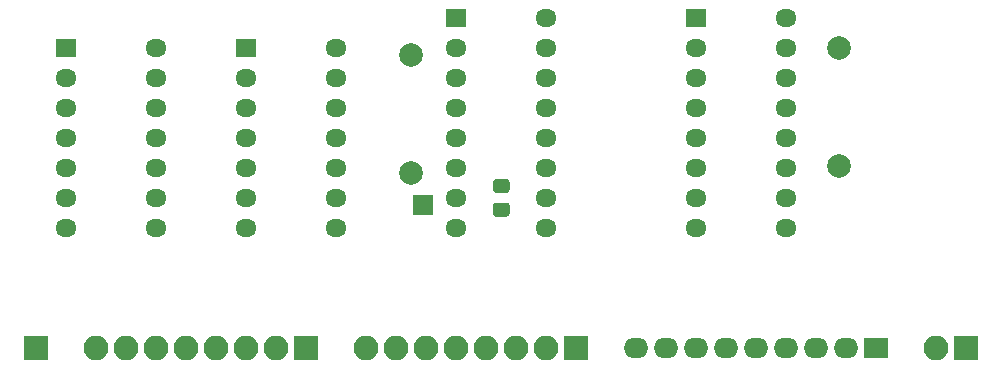
<source format=gbr>
%TF.GenerationSoftware,KiCad,Pcbnew,(5.1.8)-1*%
%TF.CreationDate,2023-05-20T11:55:10+03:00*%
%TF.ProjectId,MUL1,4d554c31-2e6b-4696-9361-645f70636258,rev?*%
%TF.SameCoordinates,Original*%
%TF.FileFunction,Soldermask,Top*%
%TF.FilePolarity,Negative*%
%FSLAX46Y46*%
G04 Gerber Fmt 4.6, Leading zero omitted, Abs format (unit mm)*
G04 Created by KiCad (PCBNEW (5.1.8)-1) date 2023-05-20 11:55:10*
%MOMM*%
%LPD*%
G01*
G04 APERTURE LIST*
%ADD10R,1.700000X1.700000*%
%ADD11C,2.000000*%
%ADD12O,1.800000X1.500000*%
%ADD13R,1.800000X1.500000*%
%ADD14O,2.100000X2.100000*%
%ADD15R,2.100000X2.100000*%
%ADD16O,2.100000X1.700000*%
%ADD17R,2.100000X1.700000*%
G04 APERTURE END LIST*
D10*
%TO.C,J6*%
X116522500Y-71755000D03*
%TD*%
%TO.C,R1*%
G36*
G01*
X123640001Y-70720000D02*
X122739999Y-70720000D01*
G75*
G02*
X122490000Y-70470001I0J249999D01*
G01*
X122490000Y-69769999D01*
G75*
G02*
X122739999Y-69520000I249999J0D01*
G01*
X123640001Y-69520000D01*
G75*
G02*
X123890000Y-69769999I0J-249999D01*
G01*
X123890000Y-70470001D01*
G75*
G02*
X123640001Y-70720000I-249999J0D01*
G01*
G37*
G36*
G01*
X123640001Y-72720000D02*
X122739999Y-72720000D01*
G75*
G02*
X122490000Y-72470001I0J249999D01*
G01*
X122490000Y-71769999D01*
G75*
G02*
X122739999Y-71520000I249999J0D01*
G01*
X123640001Y-71520000D01*
G75*
G02*
X123890000Y-71769999I0J-249999D01*
G01*
X123890000Y-72470001D01*
G75*
G02*
X123640001Y-72720000I-249999J0D01*
G01*
G37*
%TD*%
D11*
%TO.C,C2*%
X115570000Y-69055000D03*
X115570000Y-59055000D03*
%TD*%
%TO.C,C1*%
X151765000Y-68420000D03*
X151765000Y-58420000D03*
%TD*%
D12*
%TO.C,U4*%
X147320000Y-55880000D03*
X139700000Y-73660000D03*
X147320000Y-58420000D03*
X139700000Y-71120000D03*
X147320000Y-60960000D03*
X139700000Y-68580000D03*
X147320000Y-63500000D03*
X139700000Y-66040000D03*
X147320000Y-66040000D03*
X139700000Y-63500000D03*
X147320000Y-68580000D03*
X139700000Y-60960000D03*
X147320000Y-71120000D03*
X139700000Y-58420000D03*
X147320000Y-73660000D03*
D13*
X139700000Y-55880000D03*
%TD*%
D12*
%TO.C,U3*%
X109220000Y-58420000D03*
X101600000Y-73660000D03*
X109220000Y-60960000D03*
X101600000Y-71120000D03*
X109220000Y-63500000D03*
X101600000Y-68580000D03*
X109220000Y-66040000D03*
X101600000Y-66040000D03*
X109220000Y-68580000D03*
X101600000Y-63500000D03*
X109220000Y-71120000D03*
X101600000Y-60960000D03*
X109220000Y-73660000D03*
D13*
X101600000Y-58420000D03*
%TD*%
D12*
%TO.C,U2*%
X127000000Y-55880000D03*
X119380000Y-73660000D03*
X127000000Y-58420000D03*
X119380000Y-71120000D03*
X127000000Y-60960000D03*
X119380000Y-68580000D03*
X127000000Y-63500000D03*
X119380000Y-66040000D03*
X127000000Y-66040000D03*
X119380000Y-63500000D03*
X127000000Y-68580000D03*
X119380000Y-60960000D03*
X127000000Y-71120000D03*
X119380000Y-58420000D03*
X127000000Y-73660000D03*
D13*
X119380000Y-55880000D03*
%TD*%
D12*
%TO.C,U1*%
X93980000Y-58420000D03*
X86360000Y-73660000D03*
X93980000Y-60960000D03*
X86360000Y-71120000D03*
X93980000Y-63500000D03*
X86360000Y-68580000D03*
X93980000Y-66040000D03*
X86360000Y-66040000D03*
X93980000Y-68580000D03*
X86360000Y-63500000D03*
X93980000Y-71120000D03*
X86360000Y-60960000D03*
X93980000Y-73660000D03*
D13*
X86360000Y-58420000D03*
%TD*%
D14*
%TO.C,J5*%
X160020000Y-83820000D03*
D15*
X162560000Y-83820000D03*
%TD*%
%TO.C,J4*%
X83820000Y-83820000D03*
%TD*%
D14*
%TO.C,J3*%
X88900000Y-83820000D03*
X91440000Y-83820000D03*
X93980000Y-83820000D03*
X96520000Y-83820000D03*
X99060000Y-83820000D03*
X101600000Y-83820000D03*
X104140000Y-83820000D03*
D15*
X106680000Y-83820000D03*
%TD*%
D16*
%TO.C,J2*%
X134620000Y-83820000D03*
X137160000Y-83820000D03*
X139700000Y-83820000D03*
X142240000Y-83820000D03*
X144780000Y-83820000D03*
X147320000Y-83820000D03*
X149860000Y-83820000D03*
X152400000Y-83820000D03*
D17*
X154940000Y-83820000D03*
%TD*%
D14*
%TO.C,J1*%
X111760000Y-83820000D03*
X114300000Y-83820000D03*
X116840000Y-83820000D03*
X119380000Y-83820000D03*
X121920000Y-83820000D03*
X124460000Y-83820000D03*
X127000000Y-83820000D03*
D15*
X129540000Y-83820000D03*
%TD*%
M02*

</source>
